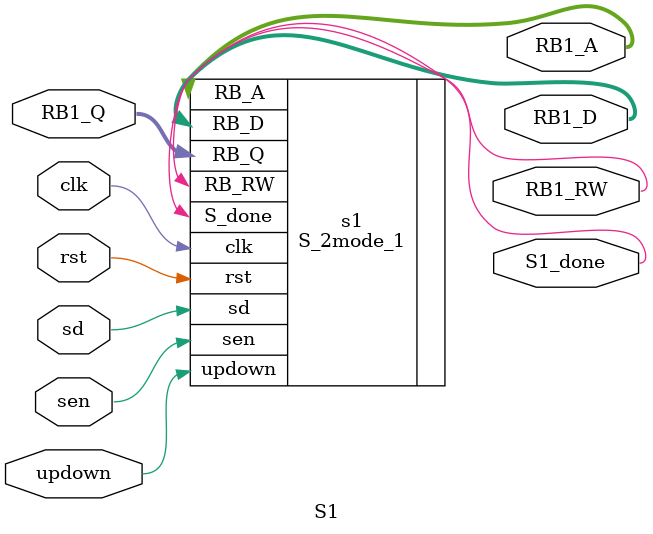
<source format=v>
`include  "./rtl/S_2mode_1.v"
module S1(clk,
	  rst,
	  updown,
	  S1_done,
	  RB1_RW,
	  RB1_A,
	  RB1_D,
	  RB1_Q,
	  sen,
	  sd);

  input clk,
        rst,
        updown;

  output S1_done,
         RB1_RW;
  
  output [4:0] RB1_A;
  
  output [7:0] RB1_D;
  
  input [7:0] RB1_Q;
  
  inout sen,
        sd;

  S_2mode_1 s1(
    .clk(clk),
    .rst(rst),
    .updown(updown),
    .S_done(S1_done),
    .RB_RW(RB1_RW),
    .RB_A(RB1_A),
    .RB_D(RB1_D),   
    .RB_Q(RB1_Q),
    .sen(sen),
    .sd(sd)   
  );
  
endmodule

</source>
